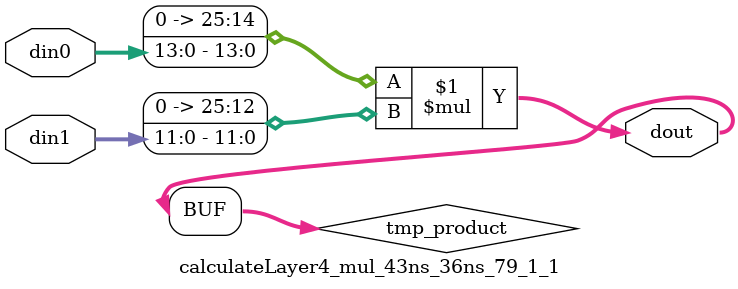
<source format=v>

`timescale 1 ns / 1 ps

  module calculateLayer4_mul_43ns_36ns_79_1_1(din0, din1, dout);
parameter ID = 1;
parameter NUM_STAGE = 0;
parameter din0_WIDTH = 14;
parameter din1_WIDTH = 12;
parameter dout_WIDTH = 26;

input [din0_WIDTH - 1 : 0] din0; 
input [din1_WIDTH - 1 : 0] din1; 
output [dout_WIDTH - 1 : 0] dout;

wire signed [dout_WIDTH - 1 : 0] tmp_product;










assign tmp_product = $signed({1'b0, din0}) * $signed({1'b0, din1});











assign dout = tmp_product;







endmodule

</source>
